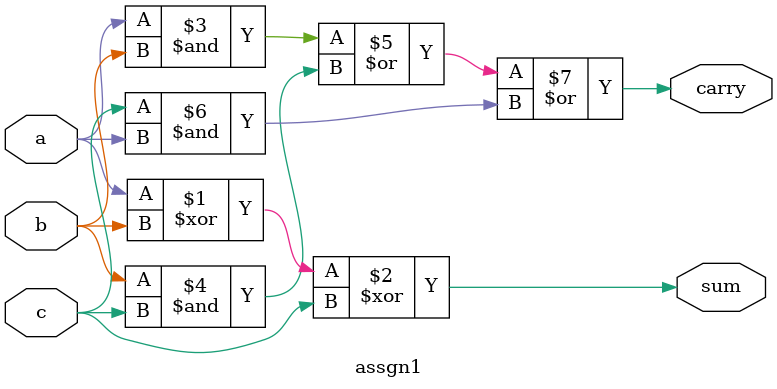
<source format=v>
`timescale 1ns / 1ps
module assgn1(a,b,c,sum,carry);
input a,b,c;
output wire sum,carry;
assign sum=a^b^c;
assign carry=(a&b)|(b&c)|(c&a);
endmodule

</source>
